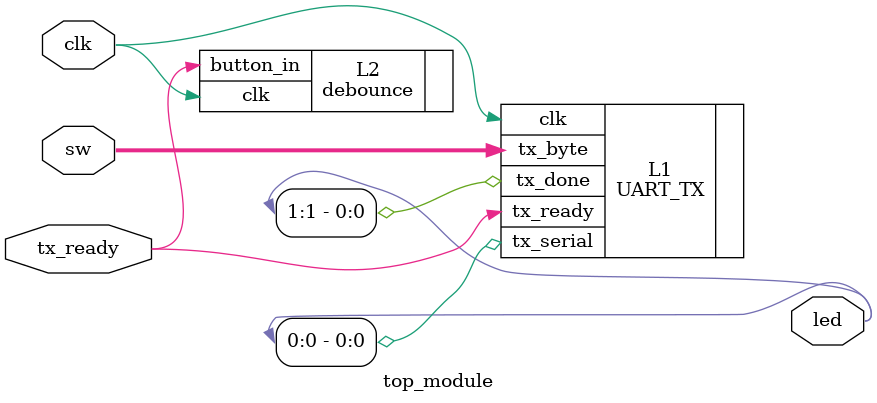
<source format=sv>
`timescale 1ns / 1ps


module top_module(
    input clk,
    input [7:0] sw,
    input tx_ready,
    output [1:0] led
    );
    
    debounce L2(.clk(clk), .button_in(tx_ready));
    UART_TX L1(.clk(clk), .tx_byte(sw), .tx_ready(tx_ready), .tx_serial(led[0]), .tx_done(led[1]));
    
    
endmodule

</source>
